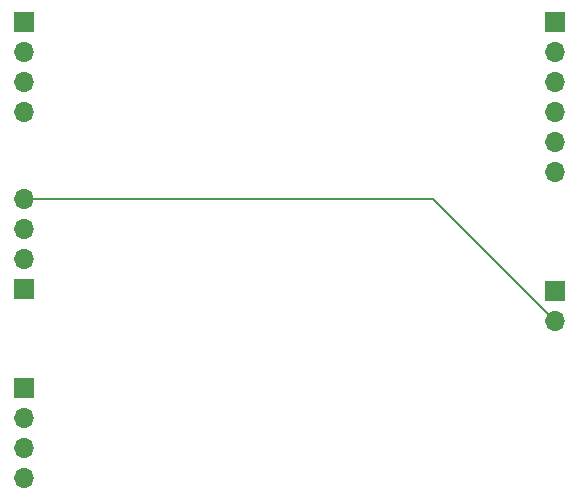
<source format=gbr>
%TF.GenerationSoftware,KiCad,Pcbnew,8.0.8*%
%TF.CreationDate,2025-02-10T02:06:15-08:00*%
%TF.ProjectId,514_FinalProject,3531345f-4669-46e6-916c-50726f6a6563,rev?*%
%TF.SameCoordinates,Original*%
%TF.FileFunction,Copper,L2,Bot*%
%TF.FilePolarity,Positive*%
%FSLAX46Y46*%
G04 Gerber Fmt 4.6, Leading zero omitted, Abs format (unit mm)*
G04 Created by KiCad (PCBNEW 8.0.8) date 2025-02-10 02:06:15*
%MOMM*%
%LPD*%
G01*
G04 APERTURE LIST*
%TA.AperFunction,ComponentPad*%
%ADD10R,1.700000X1.700000*%
%TD*%
%TA.AperFunction,ComponentPad*%
%ADD11O,1.700000X1.700000*%
%TD*%
%TA.AperFunction,Conductor*%
%ADD12C,0.200000*%
%TD*%
G04 APERTURE END LIST*
D10*
%TO.P,J4,1,Pin_1*%
%TO.N,Net-(J1-Pin_1)*%
X147000000Y-51960000D03*
D11*
%TO.P,J4,2,Pin_2*%
%TO.N,Net-(J1-Pin_2)*%
X147000000Y-54500000D03*
%TO.P,J4,3,Pin_3*%
%TO.N,Net-(J1-Pin_3)*%
X147000000Y-57040000D03*
%TO.P,J4,4,Pin_4*%
%TO.N,Net-(J1-Pin_4)*%
X147000000Y-59580000D03*
%TO.P,J4,5,Pin_5*%
%TO.N,Net-(J3-Pin_2)*%
X147000000Y-62120000D03*
%TO.P,J4,6,Pin_6*%
%TO.N,Net-(J3-Pin_3)*%
X147000000Y-64660000D03*
%TD*%
D10*
%TO.P,J3,1,Pin_1*%
%TO.N,+3V3*%
X102000000Y-74540000D03*
D11*
%TO.P,J3,2,Pin_2*%
%TO.N,Net-(J3-Pin_2)*%
X102000000Y-72000000D03*
%TO.P,J3,3,Pin_3*%
%TO.N,Net-(J3-Pin_3)*%
X102000000Y-69460000D03*
%TO.P,J3,4,Pin_4*%
%TO.N,GND*%
X102000000Y-66920000D03*
%TD*%
D10*
%TO.P,J5,1,Pin_1*%
%TO.N,+3V3*%
X147000000Y-74725000D03*
D11*
%TO.P,J5,2,Pin_2*%
%TO.N,GND*%
X147000000Y-77265000D03*
%TD*%
D10*
%TO.P,J1,1,Pin_1*%
%TO.N,Net-(J1-Pin_1)*%
X102000000Y-51960000D03*
D11*
%TO.P,J1,2,Pin_2*%
%TO.N,Net-(J1-Pin_2)*%
X102000000Y-54500000D03*
%TO.P,J1,3,Pin_3*%
%TO.N,Net-(J1-Pin_3)*%
X102000000Y-57040000D03*
%TO.P,J1,4,Pin_4*%
%TO.N,Net-(J1-Pin_4)*%
X102000000Y-59580000D03*
%TD*%
D10*
%TO.P,J2,1,Pin_1*%
%TO.N,Net-(J2-Pin_1)*%
X102000000Y-82960000D03*
D11*
%TO.P,J2,2,Pin_2*%
%TO.N,Net-(J2-Pin_2)*%
X102000000Y-85500000D03*
%TO.P,J2,3,Pin_3*%
%TO.N,Net-(J2-Pin_3)*%
X102000000Y-88040000D03*
%TO.P,J2,4,Pin_4*%
%TO.N,Net-(J2-Pin_4)*%
X102000000Y-90580000D03*
%TD*%
D12*
%TO.N,GND*%
X102000000Y-66920000D02*
X136655000Y-66920000D01*
X136655000Y-66920000D02*
X147000000Y-77265000D01*
%TD*%
M02*

</source>
